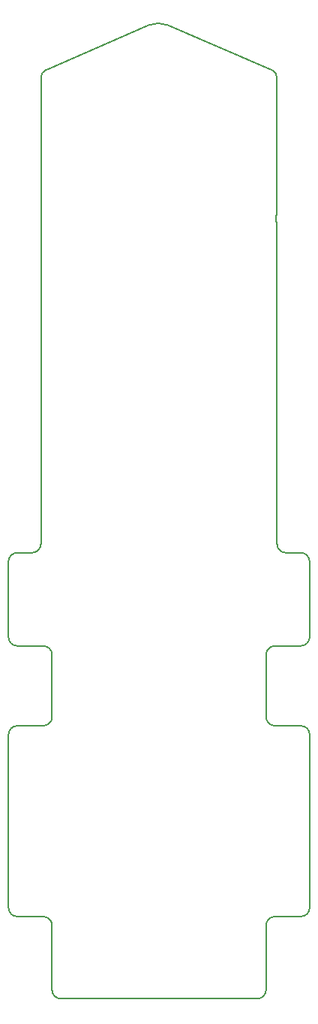
<source format=gbr>
%TF.GenerationSoftware,KiCad,Pcbnew,7.0.6-0*%
%TF.CreationDate,2023-12-10T07:55:44-08:00*%
%TF.ProjectId,s3,73332e6b-6963-4616-945f-706362585858,rev?*%
%TF.SameCoordinates,Original*%
%TF.FileFunction,Profile,NP*%
%FSLAX46Y46*%
G04 Gerber Fmt 4.6, Leading zero omitted, Abs format (unit mm)*
G04 Created by KiCad (PCBNEW 7.0.6-0) date 2023-12-10 07:55:44*
%MOMM*%
%LPD*%
G01*
G04 APERTURE LIST*
%TA.AperFunction,Profile*%
%ADD10C,0.200000*%
%TD*%
G04 APERTURE END LIST*
D10*
X198123792Y-151094968D02*
G75*
G03*
X199123742Y-152095008I1000008J-32D01*
G01*
X221283174Y-152095898D02*
X199123742Y-152095008D01*
X197466304Y-47391524D02*
G75*
G03*
X196865734Y-48308218I399296J-916676D01*
G01*
X223525784Y-64507474D02*
X223525031Y-95497455D01*
X223525031Y-95497455D02*
X223524817Y-100835798D01*
X223524861Y-100835798D02*
G75*
G03*
X224524777Y-101835839I999939J-102D01*
G01*
X198125208Y-115574906D02*
X198125069Y-113334803D01*
X224524777Y-101835839D02*
X226205005Y-101835906D01*
X227204964Y-102835946D02*
X227204620Y-111335971D01*
X197466287Y-47391486D02*
X208914726Y-42403203D01*
X226204579Y-112335920D02*
G75*
G03*
X227204620Y-111335971I21J1000020D01*
G01*
X211297831Y-42397299D02*
G75*
G03*
X208914726Y-42403204I-1184731J-2756001D01*
G01*
X223284770Y-112335830D02*
G75*
G03*
X222284730Y-113335773I-70J-999970D01*
G01*
X198125035Y-113334803D02*
G75*
G03*
X197125006Y-112334865I-999935J3D01*
G01*
X198125017Y-120335127D02*
X198125208Y-115574906D01*
X193205135Y-111335109D02*
X193204606Y-102835084D01*
X223526184Y-48312432D02*
G75*
G03*
X222921095Y-47393691I-999984J32D01*
G01*
X197124113Y-142835087D02*
X194204304Y-142834970D01*
X223381303Y-63757488D02*
X223381273Y-64507470D01*
X211297821Y-42397323D02*
X222921095Y-47393691D01*
X198124013Y-143835127D02*
G75*
G03*
X197124113Y-142835087I-999913J127D01*
G01*
X194204544Y-101835022D02*
X195864982Y-101834919D01*
X195864982Y-101834920D02*
G75*
G03*
X196864920Y-100834857I-82J1000020D01*
G01*
X223526177Y-48312432D02*
X223525802Y-63757492D01*
X223283545Y-142836205D02*
G75*
G03*
X222283505Y-143836097I-145J-999895D01*
G01*
X196864920Y-100834857D02*
X196864588Y-95496808D01*
X193204344Y-141834930D02*
X193205127Y-122334930D01*
X223381273Y-64507470D02*
X223525784Y-64507474D01*
X194204544Y-101835006D02*
G75*
G03*
X193204606Y-102835084I56J-999994D01*
G01*
X193204330Y-141834930D02*
G75*
G03*
X194204304Y-142834970I999970J-70D01*
G01*
X194205167Y-121334927D02*
G75*
G03*
X193205127Y-122334930I33J-1000073D01*
G01*
X227204894Y-102835946D02*
G75*
G03*
X226205005Y-101835906I-999894J146D01*
G01*
X223525802Y-63757492D02*
X223381303Y-63757488D01*
X196864588Y-95496808D02*
X196865734Y-48308218D01*
X227204146Y-122336294D02*
G75*
G03*
X226204218Y-121336254I-999946J94D01*
G01*
X222283505Y-143836097D02*
X222283214Y-151095938D01*
X193205053Y-111335109D02*
G75*
G03*
X194205197Y-112335047I999947J9D01*
G01*
X221283174Y-152095914D02*
G75*
G03*
X222283214Y-151095938I26J1000014D01*
G01*
X223284408Y-121336137D02*
X226204218Y-121336254D01*
X226203355Y-142836195D02*
G75*
G03*
X227203395Y-141836294I145J999895D01*
G01*
X197124977Y-121335017D02*
G75*
G03*
X198125017Y-120335127I123J999917D01*
G01*
X197125006Y-112334865D02*
X194205197Y-112335047D01*
X198123782Y-151094968D02*
X198124073Y-143835127D01*
X222284730Y-113335773D02*
X222284449Y-120336097D01*
X194205167Y-121334970D02*
X197124977Y-121335087D01*
X227204178Y-122336294D02*
X227203395Y-141836294D01*
X226204579Y-112335930D02*
X223284770Y-112335813D01*
X226203355Y-142836254D02*
X223283545Y-142836137D01*
X222284363Y-120336097D02*
G75*
G03*
X223284408Y-121336137I999937J-103D01*
G01*
M02*

</source>
